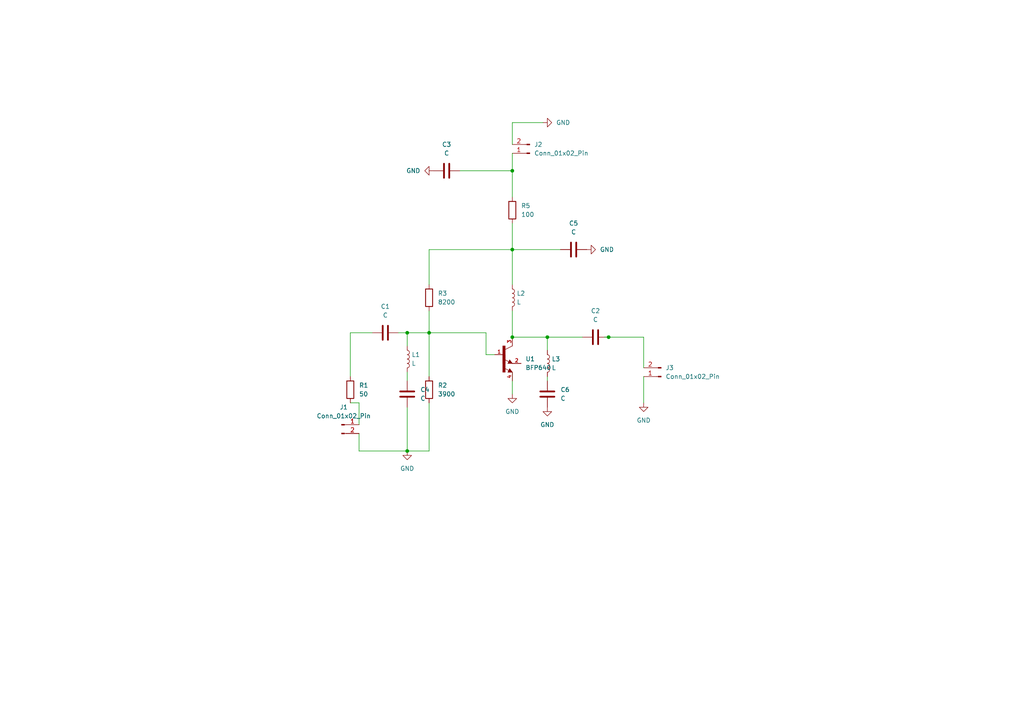
<source format=kicad_sch>
(kicad_sch (version 20230121) (generator eeschema)
  (paper "A4")
  (lib_symbols
    (symbol "BFP640:BFP640" (pin_names (offset 1.016))
      (property "Reference" "U" (at 5.0868 2.5434 0))
      (property "Value" "BFP640" (at 5.0804 0 0))
      (symbol "BFP640_0_0"
        (rectangle (start -0.2542 -5.0832) (end 0.508 0) (stroke (width 0.1)) (fill (type outline)))
        (rectangle (start -0.2543 -2.5435) (end 0.508 2.54) (stroke (width 0.1)) (fill (type outline)))
        (polyline (pts (xy 1.27 -5.08) (xy 1.778 -4.064)) (stroke (width 0.1524)))
        (polyline (pts (xy 1.27 -2.54) (xy 1.778 -1.524)) (stroke (width 0.1524)))
        (polyline (pts (xy 1.524 -4.953) (xy 2.286 -4.953)) (stroke (width 0.254)))
        (polyline (pts (xy 1.524 -4.826) (xy 1.905 -4.826)) (stroke (width 0.254)))
        (polyline (pts (xy 1.524 -2.413) (xy 2.286 -2.413)) (stroke (width 0.254)))
        (polyline (pts (xy 1.524 -2.286) (xy 1.905 -2.286)) (stroke (width 0.254)))
        (polyline (pts (xy 1.54 -4.58) (xy 0.308 -3.964)) (stroke (width 0.1524)))
        (polyline (pts (xy 1.54 -2.04) (xy 0.308 -1.424)) (stroke (width 0.1524)))
        (polyline (pts (xy 1.778 -4.318) (xy 1.524 -4.826)) (stroke (width 0.254)))
        (polyline (pts (xy 1.778 -4.064) (xy 2.54 -5.08)) (stroke (width 0.1524)))
        (polyline (pts (xy 1.778 -1.778) (xy 1.524 -2.286)) (stroke (width 0.254)))
        (polyline (pts (xy 1.778 -1.524) (xy 2.54 -2.54)) (stroke (width 0.1524)))
        (polyline (pts (xy 1.905 -4.826) (xy 1.778 -4.572)) (stroke (width 0.254)))
        (polyline (pts (xy 1.905 -2.286) (xy 1.778 -2.032)) (stroke (width 0.254)))
        (polyline (pts (xy 2.286 -4.953) (xy 1.778 -4.318)) (stroke (width 0.254)))
        (polyline (pts (xy 2.286 -2.413) (xy 1.778 -1.778)) (stroke (width 0.254)))
        (polyline (pts (xy 2.54 -5.08) (xy 1.27 -5.08)) (stroke (width 0.1524)))
        (polyline (pts (xy 2.54 -2.54) (xy 1.27 -2.54)) (stroke (width 0.1524)))
        (polyline (pts (xy 2.54 2.54) (xy 0.508 1.524)) (stroke (width 0.1524)))
        (pin passive line (at -2.54 0 0) (length 2.54) (name "~") (number "1"))
        (pin passive line (at 2.54 -2.54 0) (length 2.54) (name "~") (number "2"))
        (pin passive line (at 2.54 5.08 270) (length 2.54) (name "~") (number "3"))
        (pin passive line (at 2.54 -5.08 270) (length 2.54) (name "~") (number "4"))
      )
    )
    (symbol "Connector:Conn_01x02_Pin" (pin_names (offset 1.016) hide)
      (property "Reference" "J" (at 0 2.54 0))
      (property "Value" "Conn_01x02_Pin" (at 0 -5.08 0))
      (symbol "Conn_01x02_Pin_1_1"
        (polyline (pts (xy 1.27 -2.54) (xy 0.8636 -2.54)) (stroke (width 0.1524)))
        (polyline (pts (xy 1.27 0) (xy 0.8636 0)) (stroke (width 0.1524)))
        (rectangle (start 0.8636 -2.413) (end 0 -2.667) (stroke (width 0.1524)) (fill (type outline)))
        (rectangle (start 0.8636 0.127) (end 0 -0.127) (stroke (width 0.1524)) (fill (type outline)))
        (pin passive line (at 5.08 0 180) (length 3.81) (name "Pin_1") (number "1"))
        (pin passive line (at 5.08 -2.54 180) (length 3.81) (name "Pin_2") (number "2"))
      )
    )
    (symbol "Device:C" (pin_numbers hide) (pin_names (offset 0.254))
      (property "Reference" "C" (at 0.635 2.54 0))
      (property "Value" "C" (at 0.635 -2.54 0))
      (symbol "C_0_1"
        (polyline (pts (xy -2.032 -0.762) (xy 2.032 -0.762)) (stroke (width 0.508)))
        (polyline (pts (xy -2.032 0.762) (xy 2.032 0.762)) (stroke (width 0.508)))
      )
      (symbol "C_1_1"
        (pin passive line (at 0 3.81 270) (length 2.794) (name "~") (number "1"))
        (pin passive line (at 0 -3.81 90) (length 2.794) (name "~") (number "2"))
      )
    )
    (symbol "Device:L" (pin_numbers hide) (pin_names (offset 1.016) hide)
      (property "Reference" "L" (at -1.27 0 90))
      (property "Value" "L" (at 1.905 0 90))
      (symbol "L_0_1"
        (arc (start 0 -2.54) (mid 0.6323 -1.905) (end 0 -1.27))
        (arc (start 0 -1.27) (mid 0.6323 -0.635) (end 0 0))
        (arc (start 0 0) (mid 0.6323 0.635) (end 0 1.27))
        (arc (start 0 1.27) (mid 0.6323 1.905) (end 0 2.54))
      )
      (symbol "L_1_1"
        (pin passive line (at 0 3.81 270) (length 1.27) (name "1") (number "1"))
        (pin passive line (at 0 -3.81 90) (length 1.27) (name "2") (number "2"))
      )
    )
    (symbol "Device:R" (pin_numbers hide) (pin_names (offset 0))
      (property "Reference" "R" (at 2.032 0 90))
      (property "Value" "R" (at 0 0 90))
      (symbol "R_0_1"
        (rectangle (start -1.016 -2.54) (end 1.016 2.54) (stroke (width 0.254)))
      )
      (symbol "R_1_1"
        (pin passive line (at 0 3.81 270) (length 1.27) (name "~") (number "1"))
        (pin passive line (at 0 -3.81 90) (length 1.27) (name "~") (number "2"))
      )
    )
    (symbol "power:GND" (power) (pin_names (offset 0))
      (property "Value" "GND" (at 0 -3.81 0))
      (symbol "GND_0_1"
        (polyline (pts (xy 0 0) (xy 0 -1.27) (xy 1.27 -1.27) (xy 0 -2.54) (xy -1.27 -1.27) (xy 0 -1.27)))
      )
      (symbol "GND_1_1"
        (pin power_in line (at 0 0 270) (length 0) hide (name "GND") (number "1"))
      )
    )
  )
  (junction (at 124.46 96.52))
  (junction (at 148.59 97.79))
  (junction (at 176.53 97.79))
  (junction (at 118.11 130.81))
  (junction (at 118.11 96.52))
  (junction (at 148.59 72.39))
  (junction (at 158.75 97.79))
  (junction (at 148.59 49.53))
  (wire (pts (xy 101.6 96.52) (xy 107.95 96.52)))
  (wire (pts (xy 148.59 57.15) (xy 148.59 49.53)))
  (wire (pts (xy 176.53 97.79) (xy 186.69 97.79)))
  (wire (pts (xy 118.11 107.95) (xy 118.11 110.49)))
  (wire (pts (xy 148.59 44.45) (xy 148.59 49.53)))
  (wire (pts (xy 148.59 97.79) (xy 158.75 97.79)))
  (wire (pts (xy 140.97 96.52) (xy 140.97 102.87)))
  (wire (pts (xy 148.59 72.39) (xy 148.59 82.55)))
  (wire (pts (xy 186.69 97.79) (xy 186.69 106.68)))
  (wire (pts (xy 175.26 97.79) (xy 176.53 97.79)))
  (wire (pts (xy 124.46 90.17) (xy 124.46 96.52)))
  (wire (pts (xy 118.11 96.52) (xy 124.46 96.52)))
  (wire (pts (xy 104.14 116.84) (xy 104.14 123.19)))
  (wire (pts (xy 124.46 82.55) (xy 124.46 72.39)))
  (wire (pts (xy 118.11 96.52) (xy 118.11 100.33)))
  (wire (pts (xy 148.59 64.77) (xy 148.59 72.39)))
  (wire (pts (xy 101.6 116.84) (xy 104.14 116.84)))
  (wire (pts (xy 101.6 109.22) (xy 101.6 96.52)))
  (wire (pts (xy 124.46 116.84) (xy 124.46 130.81)))
  (wire (pts (xy 104.14 125.73) (xy 104.14 130.81)))
  (wire (pts (xy 115.57 96.52) (xy 118.11 96.52)))
  (wire (pts (xy 140.97 102.87) (xy 143.51 102.87)))
  (wire (pts (xy 148.59 90.17) (xy 148.59 97.79)))
  (wire (pts (xy 104.14 130.81) (xy 118.11 130.81)))
  (wire (pts (xy 118.11 130.81) (xy 124.46 130.81)))
  (wire (pts (xy 124.46 96.52) (xy 140.97 96.52)))
  (wire (pts (xy 133.35 49.53) (xy 148.59 49.53)))
  (wire (pts (xy 157.48 35.56) (xy 148.59 35.56)))
  (wire (pts (xy 148.59 107.95) (xy 148.59 114.3)))
  (wire (pts (xy 148.59 72.39) (xy 162.56 72.39)))
  (wire (pts (xy 158.75 110.49) (xy 158.75 109.22)))
  (wire (pts (xy 186.69 109.22) (xy 186.69 116.84)))
  (wire (pts (xy 148.59 35.56) (xy 148.59 41.91)))
  (wire (pts (xy 118.11 118.11) (xy 118.11 130.81)))
  (wire (pts (xy 124.46 72.39) (xy 148.59 72.39)))
  (wire (pts (xy 158.75 97.79) (xy 158.75 101.6)))
  (wire (pts (xy 168.91 97.79) (xy 158.75 97.79)))
  (wire (pts (xy 124.46 96.52) (xy 124.46 109.22)))
  (symbol (lib_id "power:GND") (at 157.48 35.56 90) (unit 1)
    (property "Reference" "#PWR02" (effects hide))
    (property "Value" "GND" (at 161.29 35.56 90) (effects (justify right)))
  )
  (symbol (lib_id "Device:C") (at 111.76 96.52 270) (unit 1)
    (property "Reference" "C1" (at 111.76 88.9 90))
    (property "Value" "C" (at 111.76 91.44 90))
    (property "Footprint" "Capacitor_SMD:C_0201_0603Metric" (effects hide))
  )
  (symbol (lib_id "Device:C") (at 158.75 114.3 0) (unit 1)
    (property "Reference" "C6" (at 162.56 113.03 0) (effects (justify left)))
    (property "Value" "C" (at 162.56 115.57 0) (effects (justify left)))
    (property "Footprint" "Capacitor_SMD:C_0201_0603Metric" (effects hide))
  )
  (symbol (lib_id "Device:R") (at 124.46 113.03 0) (unit 1)
    (property "Reference" "R2" (at 127 111.76 0) (effects (justify left)))
    (property "Value" "3900" (at 127 114.3 0) (effects (justify left)))
    (property "Footprint" "Resistor_SMD:R_0201_0603Metric" (effects hide))
  )
  (symbol (lib_id "Connector:Conn_01x02_Pin") (at 99.06 123.19 0) (unit 1)
    (property "Reference" "J1" (at 99.695 118.11 0))
    (property "Value" "Conn_01x02_Pin" (at 99.695 120.65 0))
    (property "Footprint" "Connector_PinHeader_2.54mm:PinHeader_1x02_P2.54mm_Horizontal" (effects hide))
  )
  (symbol (lib_id "power:GND") (at 170.18 72.39 90) (unit 1)
    (property "Reference" "#PWR06" (effects hide))
    (property "Value" "GND" (at 173.99 72.39 90) (effects (justify right)))
  )
  (symbol (lib_id "power:GND") (at 186.69 116.84 0) (unit 1)
    (property "Reference" "#PWR04" (effects hide))
    (property "Value" "GND" (at 186.69 121.92 0))
  )
  (symbol (lib_id "power:GND") (at 125.73 49.53 270) (unit 1)
    (property "Reference" "#PWR05" (effects hide))
    (property "Value" "GND" (at 121.92 49.53 90) (effects (justify right)))
  )
  (symbol (lib_id "Device:C") (at 118.11 114.3 180) (unit 1)
    (property "Reference" "C4" (at 121.92 113.03 0) (effects (justify right)))
    (property "Value" "C" (at 121.92 115.57 0) (effects (justify right)))
    (property "Footprint" "Capacitor_SMD:C_0201_0603Metric" (effects hide))
  )
  (symbol (lib_id "BFP640:BFP640") (at 146.05 102.87 0) (unit 1)
    (property "Reference" "U1" (at 152.4 104.1019 0) (effects (justify left)))
    (property "Value" "BFP640" (at 152.4 106.6419 0) (effects (justify left)))
    (property "Footprint" "BFP640:SOT343" (effects hide))
    (property "MF" "Infineon Technologies" (effects hide))
    (property "Description" "\nRF Transistor NPN 4.7V 50mA 46GHz 200mW Surface Mount PG-SOT343-4-2\n" (effects hide))
    (property "Package" "SOT-343 Infineon" (effects hide))
    (property "Price" "None" (effects hide))
    (property "SnapEDA_Link" "https://www.snapeda.com/parts/BFP640/Infineon+Technologies/view-part/?ref=snap" (effects hide))
    (property "MP" "BFP640" (effects hide))
    (property "Availability" "In Stock" (effects hide))
    (property "Check_prices" "https://www.snapeda.com/parts/BFP640/Infineon+Technologies/view-part/?ref=eda" (effects hide))
  )
  (symbol (lib_id "Device:C") (at 172.72 97.79 270) (unit 1)
    (property "Reference" "C2" (at 172.72 90.17 90))
    (property "Value" "C" (at 172.72 92.71 90))
    (property "Footprint" "Capacitor_SMD:C_0201_0603Metric" (effects hide))
  )
  (symbol (lib_id "Device:C") (at 129.54 49.53 270) (unit 1)
    (property "Reference" "C3" (at 129.54 41.91 90))
    (property "Value" "C" (at 129.54 44.45 90))
    (property "Footprint" "Capacitor_SMD:C_0201_0603Metric" (effects hide))
  )
  (symbol (lib_id "Device:R") (at 101.6 113.03 0) (unit 1)
    (property "Reference" "R1" (at 104.14 111.76 0) (effects (justify left)))
    (property "Value" "50" (at 104.14 114.3 0) (effects (justify left)))
    (property "Footprint" "Resistor_SMD:R_0201_0603Metric" (effects hide))
  )
  (symbol (lib_id "Device:R") (at 148.59 60.96 0) (unit 1)
    (property "Reference" "R5" (at 151.13 59.69 0) (effects (justify left)))
    (property "Value" "100" (at 151.13 62.23 0) (effects (justify left)))
    (property "Footprint" "Resistor_SMD:R_0201_0603Metric" (effects hide))
  )
  (symbol (lib_id "Device:C") (at 166.37 72.39 90) (unit 1)
    (property "Reference" "C5" (at 166.37 64.77 90))
    (property "Value" "C" (at 166.37 67.31 90))
    (property "Footprint" "Capacitor_SMD:C_0201_0603Metric" (effects hide))
  )
  (symbol (lib_id "Device:R") (at 124.46 86.36 0) (unit 1)
    (property "Reference" "R3" (at 127 85.09 0) (effects (justify left)))
    (property "Value" "8200" (at 127 87.63 0) (effects (justify left)))
    (property "Footprint" "Resistor_SMD:R_0201_0603Metric" (effects hide))
  )
  (symbol (lib_id "power:GND") (at 158.75 118.11 0) (unit 1)
    (property "Reference" "#PWR03" (effects hide))
    (property "Value" "GND" (at 158.75 123.19 0))
  )
  (symbol (lib_id "Device:L") (at 158.75 105.41 0) (unit 1)
    (property "Reference" "L3" (at 160.02 104.14 0) (effects (justify left)))
    (property "Value" "L" (at 160.02 106.68 0) (effects (justify left)))
    (property "Footprint" "Inductor_SMD:L_0201_0603Metric" (effects hide))
  )
  (symbol (lib_id "Device:L") (at 118.11 104.14 0) (unit 1)
    (property "Reference" "L1" (at 119.38 102.87 0) (effects (justify left)))
    (property "Value" "L" (at 119.38 105.41 0) (effects (justify left)))
    (property "Footprint" "Inductor_SMD:L_0201_0603Metric" (effects hide))
  )
  (symbol (lib_id "power:GND") (at 148.59 114.3 0) (unit 1)
    (property "Reference" "#PWR07" (effects hide))
    (property "Value" "GND" (at 148.59 119.38 0))
  )
  (symbol (lib_id "Connector:Conn_01x02_Pin") (at 153.67 44.45 180) (unit 1)
    (property "Reference" "J2" (at 154.94 41.91 0) (effects (justify right)))
    (property "Value" "Conn_01x02_Pin" (at 154.94 44.45 0) (effects (justify right)))
    (property "Footprint" "Connector_PinHeader_2.54mm:PinHeader_1x02_P2.54mm_Horizontal" (effects hide))
  )
  (symbol (lib_id "Device:L") (at 148.59 86.36 0) (unit 1)
    (property "Reference" "L2" (at 149.86 85.09 0) (effects (justify left)))
    (property "Value" "L" (at 149.86 87.63 0) (effects (justify left)))
    (property "Footprint" "Inductor_SMD:L_0201_0603Metric" (effects hide))
  )
  (symbol (lib_id "Connector:Conn_01x02_Pin") (at 191.77 109.22 180) (unit 1)
    (property "Reference" "J3" (at 193.04 106.68 0) (effects (justify right)))
    (property "Value" "Conn_01x02_Pin" (at 193.04 109.22 0) (effects (justify right)))
    (property "Footprint" "Connector_PinHeader_2.54mm:PinHeader_1x02_P2.54mm_Horizontal" (effects hide))
  )
  (symbol (lib_id "power:GND") (at 118.11 130.81 0) (unit 1)
    (property "Reference" "#PWR01" (effects hide))
    (property "Value" "GND" (at 118.11 135.89 0))
  )
)
</source>
